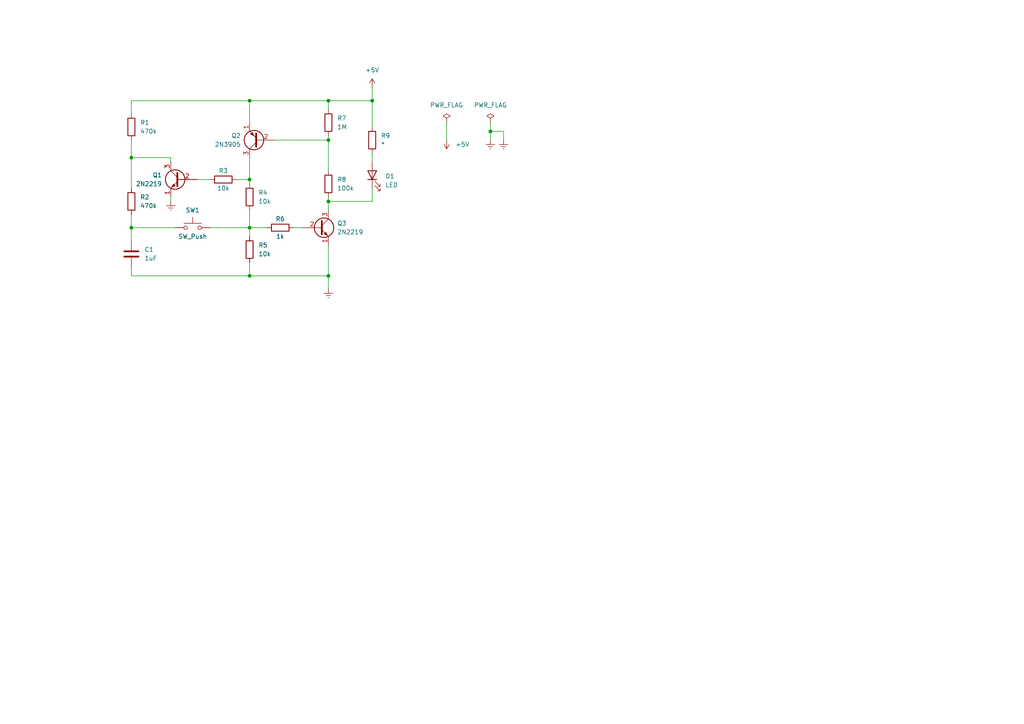
<source format=kicad_sch>
(kicad_sch (version 20211123) (generator eeschema)

  (uuid 734d3186-3eb6-44a4-9f55-fc73ce79eefa)

  (paper "A4")

  (lib_symbols
    (symbol "Device:C" (pin_numbers hide) (pin_names (offset 0.254)) (in_bom yes) (on_board yes)
      (property "Reference" "C" (id 0) (at 0.635 2.54 0)
        (effects (font (size 1.27 1.27)) (justify left))
      )
      (property "Value" "C" (id 1) (at 0.635 -2.54 0)
        (effects (font (size 1.27 1.27)) (justify left))
      )
      (property "Footprint" "" (id 2) (at 0.9652 -3.81 0)
        (effects (font (size 1.27 1.27)) hide)
      )
      (property "Datasheet" "~" (id 3) (at 0 0 0)
        (effects (font (size 1.27 1.27)) hide)
      )
      (property "ki_keywords" "cap capacitor" (id 4) (at 0 0 0)
        (effects (font (size 1.27 1.27)) hide)
      )
      (property "ki_description" "Unpolarized capacitor" (id 5) (at 0 0 0)
        (effects (font (size 1.27 1.27)) hide)
      )
      (property "ki_fp_filters" "C_*" (id 6) (at 0 0 0)
        (effects (font (size 1.27 1.27)) hide)
      )
      (symbol "C_0_1"
        (polyline
          (pts
            (xy -2.032 -0.762)
            (xy 2.032 -0.762)
          )
          (stroke (width 0.508) (type default) (color 0 0 0 0))
          (fill (type none))
        )
        (polyline
          (pts
            (xy -2.032 0.762)
            (xy 2.032 0.762)
          )
          (stroke (width 0.508) (type default) (color 0 0 0 0))
          (fill (type none))
        )
      )
      (symbol "C_1_1"
        (pin passive line (at 0 3.81 270) (length 2.794)
          (name "~" (effects (font (size 1.27 1.27))))
          (number "1" (effects (font (size 1.27 1.27))))
        )
        (pin passive line (at 0 -3.81 90) (length 2.794)
          (name "~" (effects (font (size 1.27 1.27))))
          (number "2" (effects (font (size 1.27 1.27))))
        )
      )
    )
    (symbol "Device:LED" (pin_numbers hide) (pin_names (offset 1.016) hide) (in_bom yes) (on_board yes)
      (property "Reference" "D" (id 0) (at 0 2.54 0)
        (effects (font (size 1.27 1.27)))
      )
      (property "Value" "LED" (id 1) (at 0 -2.54 0)
        (effects (font (size 1.27 1.27)))
      )
      (property "Footprint" "" (id 2) (at 0 0 0)
        (effects (font (size 1.27 1.27)) hide)
      )
      (property "Datasheet" "~" (id 3) (at 0 0 0)
        (effects (font (size 1.27 1.27)) hide)
      )
      (property "ki_keywords" "LED diode" (id 4) (at 0 0 0)
        (effects (font (size 1.27 1.27)) hide)
      )
      (property "ki_description" "Light emitting diode" (id 5) (at 0 0 0)
        (effects (font (size 1.27 1.27)) hide)
      )
      (property "ki_fp_filters" "LED* LED_SMD:* LED_THT:*" (id 6) (at 0 0 0)
        (effects (font (size 1.27 1.27)) hide)
      )
      (symbol "LED_0_1"
        (polyline
          (pts
            (xy -1.27 -1.27)
            (xy -1.27 1.27)
          )
          (stroke (width 0.254) (type default) (color 0 0 0 0))
          (fill (type none))
        )
        (polyline
          (pts
            (xy -1.27 0)
            (xy 1.27 0)
          )
          (stroke (width 0) (type default) (color 0 0 0 0))
          (fill (type none))
        )
        (polyline
          (pts
            (xy 1.27 -1.27)
            (xy 1.27 1.27)
            (xy -1.27 0)
            (xy 1.27 -1.27)
          )
          (stroke (width 0.254) (type default) (color 0 0 0 0))
          (fill (type none))
        )
        (polyline
          (pts
            (xy -3.048 -0.762)
            (xy -4.572 -2.286)
            (xy -3.81 -2.286)
            (xy -4.572 -2.286)
            (xy -4.572 -1.524)
          )
          (stroke (width 0) (type default) (color 0 0 0 0))
          (fill (type none))
        )
        (polyline
          (pts
            (xy -1.778 -0.762)
            (xy -3.302 -2.286)
            (xy -2.54 -2.286)
            (xy -3.302 -2.286)
            (xy -3.302 -1.524)
          )
          (stroke (width 0) (type default) (color 0 0 0 0))
          (fill (type none))
        )
      )
      (symbol "LED_1_1"
        (pin passive line (at -3.81 0 0) (length 2.54)
          (name "K" (effects (font (size 1.27 1.27))))
          (number "1" (effects (font (size 1.27 1.27))))
        )
        (pin passive line (at 3.81 0 180) (length 2.54)
          (name "A" (effects (font (size 1.27 1.27))))
          (number "2" (effects (font (size 1.27 1.27))))
        )
      )
    )
    (symbol "Device:R" (pin_numbers hide) (pin_names (offset 0)) (in_bom yes) (on_board yes)
      (property "Reference" "R" (id 0) (at 2.032 0 90)
        (effects (font (size 1.27 1.27)))
      )
      (property "Value" "R" (id 1) (at 0 0 90)
        (effects (font (size 1.27 1.27)))
      )
      (property "Footprint" "" (id 2) (at -1.778 0 90)
        (effects (font (size 1.27 1.27)) hide)
      )
      (property "Datasheet" "~" (id 3) (at 0 0 0)
        (effects (font (size 1.27 1.27)) hide)
      )
      (property "ki_keywords" "R res resistor" (id 4) (at 0 0 0)
        (effects (font (size 1.27 1.27)) hide)
      )
      (property "ki_description" "Resistor" (id 5) (at 0 0 0)
        (effects (font (size 1.27 1.27)) hide)
      )
      (property "ki_fp_filters" "R_*" (id 6) (at 0 0 0)
        (effects (font (size 1.27 1.27)) hide)
      )
      (symbol "R_0_1"
        (rectangle (start -1.016 -2.54) (end 1.016 2.54)
          (stroke (width 0.254) (type default) (color 0 0 0 0))
          (fill (type none))
        )
      )
      (symbol "R_1_1"
        (pin passive line (at 0 3.81 270) (length 1.27)
          (name "~" (effects (font (size 1.27 1.27))))
          (number "1" (effects (font (size 1.27 1.27))))
        )
        (pin passive line (at 0 -3.81 90) (length 1.27)
          (name "~" (effects (font (size 1.27 1.27))))
          (number "2" (effects (font (size 1.27 1.27))))
        )
      )
    )
    (symbol "Switch:SW_Push" (pin_numbers hide) (pin_names (offset 1.016) hide) (in_bom yes) (on_board yes)
      (property "Reference" "SW" (id 0) (at 1.27 2.54 0)
        (effects (font (size 1.27 1.27)) (justify left))
      )
      (property "Value" "SW_Push" (id 1) (at 0 -1.524 0)
        (effects (font (size 1.27 1.27)))
      )
      (property "Footprint" "" (id 2) (at 0 5.08 0)
        (effects (font (size 1.27 1.27)) hide)
      )
      (property "Datasheet" "~" (id 3) (at 0 5.08 0)
        (effects (font (size 1.27 1.27)) hide)
      )
      (property "ki_keywords" "switch normally-open pushbutton push-button" (id 4) (at 0 0 0)
        (effects (font (size 1.27 1.27)) hide)
      )
      (property "ki_description" "Push button switch, generic, two pins" (id 5) (at 0 0 0)
        (effects (font (size 1.27 1.27)) hide)
      )
      (symbol "SW_Push_0_1"
        (circle (center -2.032 0) (radius 0.508)
          (stroke (width 0) (type default) (color 0 0 0 0))
          (fill (type none))
        )
        (polyline
          (pts
            (xy 0 1.27)
            (xy 0 3.048)
          )
          (stroke (width 0) (type default) (color 0 0 0 0))
          (fill (type none))
        )
        (polyline
          (pts
            (xy 2.54 1.27)
            (xy -2.54 1.27)
          )
          (stroke (width 0) (type default) (color 0 0 0 0))
          (fill (type none))
        )
        (circle (center 2.032 0) (radius 0.508)
          (stroke (width 0) (type default) (color 0 0 0 0))
          (fill (type none))
        )
        (pin passive line (at -5.08 0 0) (length 2.54)
          (name "1" (effects (font (size 1.27 1.27))))
          (number "1" (effects (font (size 1.27 1.27))))
        )
        (pin passive line (at 5.08 0 180) (length 2.54)
          (name "2" (effects (font (size 1.27 1.27))))
          (number "2" (effects (font (size 1.27 1.27))))
        )
      )
    )
    (symbol "Transistor_BJT:2N2219" (pin_names (offset 0) hide) (in_bom yes) (on_board yes)
      (property "Reference" "Q" (id 0) (at 5.08 1.905 0)
        (effects (font (size 1.27 1.27)) (justify left))
      )
      (property "Value" "2N2219" (id 1) (at 5.08 0 0)
        (effects (font (size 1.27 1.27)) (justify left))
      )
      (property "Footprint" "Package_TO_SOT_THT:TO-39-3" (id 2) (at 5.08 -1.905 0)
        (effects (font (size 1.27 1.27) italic) (justify left) hide)
      )
      (property "Datasheet" "http://www.onsemi.com/pub_link/Collateral/2N2219-D.PDF" (id 3) (at 0 0 0)
        (effects (font (size 1.27 1.27)) (justify left) hide)
      )
      (property "ki_keywords" "NPN Transistor" (id 4) (at 0 0 0)
        (effects (font (size 1.27 1.27)) hide)
      )
      (property "ki_description" "800mA Ic, 50V Vce, NPN Transistor, TO-39" (id 5) (at 0 0 0)
        (effects (font (size 1.27 1.27)) hide)
      )
      (property "ki_fp_filters" "TO?39*" (id 6) (at 0 0 0)
        (effects (font (size 1.27 1.27)) hide)
      )
      (symbol "2N2219_0_1"
        (polyline
          (pts
            (xy 0.635 0.635)
            (xy 2.54 2.54)
          )
          (stroke (width 0) (type default) (color 0 0 0 0))
          (fill (type none))
        )
        (polyline
          (pts
            (xy 0.635 -0.635)
            (xy 2.54 -2.54)
            (xy 2.54 -2.54)
          )
          (stroke (width 0) (type default) (color 0 0 0 0))
          (fill (type none))
        )
        (polyline
          (pts
            (xy 0.635 1.905)
            (xy 0.635 -1.905)
            (xy 0.635 -1.905)
          )
          (stroke (width 0.508) (type default) (color 0 0 0 0))
          (fill (type none))
        )
        (polyline
          (pts
            (xy 1.27 -1.778)
            (xy 1.778 -1.27)
            (xy 2.286 -2.286)
            (xy 1.27 -1.778)
            (xy 1.27 -1.778)
          )
          (stroke (width 0) (type default) (color 0 0 0 0))
          (fill (type outline))
        )
        (circle (center 1.27 0) (radius 2.8194)
          (stroke (width 0.254) (type default) (color 0 0 0 0))
          (fill (type none))
        )
      )
      (symbol "2N2219_1_1"
        (pin passive line (at 2.54 -5.08 90) (length 2.54)
          (name "E" (effects (font (size 1.27 1.27))))
          (number "1" (effects (font (size 1.27 1.27))))
        )
        (pin passive line (at -5.08 0 0) (length 5.715)
          (name "B" (effects (font (size 1.27 1.27))))
          (number "2" (effects (font (size 1.27 1.27))))
        )
        (pin passive line (at 2.54 5.08 270) (length 2.54)
          (name "C" (effects (font (size 1.27 1.27))))
          (number "3" (effects (font (size 1.27 1.27))))
        )
      )
    )
    (symbol "Transistor_BJT:2N3905" (pin_names (offset 0) hide) (in_bom yes) (on_board yes)
      (property "Reference" "Q" (id 0) (at 5.08 1.905 0)
        (effects (font (size 1.27 1.27)) (justify left))
      )
      (property "Value" "2N3905" (id 1) (at 5.08 0 0)
        (effects (font (size 1.27 1.27)) (justify left))
      )
      (property "Footprint" "Package_TO_SOT_THT:TO-92_Inline" (id 2) (at 5.08 -1.905 0)
        (effects (font (size 1.27 1.27) italic) (justify left) hide)
      )
      (property "Datasheet" "https://www.nteinc.com/specs/original/2N3905_06.pdf" (id 3) (at 0 0 0)
        (effects (font (size 1.27 1.27)) (justify left) hide)
      )
      (property "ki_keywords" "PNP Transistor" (id 4) (at 0 0 0)
        (effects (font (size 1.27 1.27)) hide)
      )
      (property "ki_description" "-0.2A Ic, -40V Vce, Small Signal PNP Transistor, TO-92" (id 5) (at 0 0 0)
        (effects (font (size 1.27 1.27)) hide)
      )
      (property "ki_fp_filters" "TO?92*" (id 6) (at 0 0 0)
        (effects (font (size 1.27 1.27)) hide)
      )
      (symbol "2N3905_0_1"
        (polyline
          (pts
            (xy 0.635 0.635)
            (xy 2.54 2.54)
          )
          (stroke (width 0) (type default) (color 0 0 0 0))
          (fill (type none))
        )
        (polyline
          (pts
            (xy 0.635 -0.635)
            (xy 2.54 -2.54)
            (xy 2.54 -2.54)
          )
          (stroke (width 0) (type default) (color 0 0 0 0))
          (fill (type none))
        )
        (polyline
          (pts
            (xy 0.635 1.905)
            (xy 0.635 -1.905)
            (xy 0.635 -1.905)
          )
          (stroke (width 0.508) (type default) (color 0 0 0 0))
          (fill (type none))
        )
        (polyline
          (pts
            (xy 2.286 -1.778)
            (xy 1.778 -2.286)
            (xy 1.27 -1.27)
            (xy 2.286 -1.778)
            (xy 2.286 -1.778)
          )
          (stroke (width 0) (type default) (color 0 0 0 0))
          (fill (type outline))
        )
        (circle (center 1.27 0) (radius 2.8194)
          (stroke (width 0.254) (type default) (color 0 0 0 0))
          (fill (type none))
        )
      )
      (symbol "2N3905_1_1"
        (pin passive line (at 2.54 -5.08 90) (length 2.54)
          (name "E" (effects (font (size 1.27 1.27))))
          (number "1" (effects (font (size 1.27 1.27))))
        )
        (pin input line (at -5.08 0 0) (length 5.715)
          (name "B" (effects (font (size 1.27 1.27))))
          (number "2" (effects (font (size 1.27 1.27))))
        )
        (pin passive line (at 2.54 5.08 270) (length 2.54)
          (name "C" (effects (font (size 1.27 1.27))))
          (number "3" (effects (font (size 1.27 1.27))))
        )
      )
    )
    (symbol "power:+5V" (power) (pin_names (offset 0)) (in_bom yes) (on_board yes)
      (property "Reference" "#PWR" (id 0) (at 0 -3.81 0)
        (effects (font (size 1.27 1.27)) hide)
      )
      (property "Value" "+5V" (id 1) (at 0 3.556 0)
        (effects (font (size 1.27 1.27)))
      )
      (property "Footprint" "" (id 2) (at 0 0 0)
        (effects (font (size 1.27 1.27)) hide)
      )
      (property "Datasheet" "" (id 3) (at 0 0 0)
        (effects (font (size 1.27 1.27)) hide)
      )
      (property "ki_keywords" "power-flag" (id 4) (at 0 0 0)
        (effects (font (size 1.27 1.27)) hide)
      )
      (property "ki_description" "Power symbol creates a global label with name \"+5V\"" (id 5) (at 0 0 0)
        (effects (font (size 1.27 1.27)) hide)
      )
      (symbol "+5V_0_1"
        (polyline
          (pts
            (xy -0.762 1.27)
            (xy 0 2.54)
          )
          (stroke (width 0) (type default) (color 0 0 0 0))
          (fill (type none))
        )
        (polyline
          (pts
            (xy 0 0)
            (xy 0 2.54)
          )
          (stroke (width 0) (type default) (color 0 0 0 0))
          (fill (type none))
        )
        (polyline
          (pts
            (xy 0 2.54)
            (xy 0.762 1.27)
          )
          (stroke (width 0) (type default) (color 0 0 0 0))
          (fill (type none))
        )
      )
      (symbol "+5V_1_1"
        (pin power_in line (at 0 0 90) (length 0) hide
          (name "+5V" (effects (font (size 1.27 1.27))))
          (number "1" (effects (font (size 1.27 1.27))))
        )
      )
    )
    (symbol "power:Earth" (power) (pin_names (offset 0)) (in_bom yes) (on_board yes)
      (property "Reference" "#PWR" (id 0) (at 0 -6.35 0)
        (effects (font (size 1.27 1.27)) hide)
      )
      (property "Value" "Earth" (id 1) (at 0 -3.81 0)
        (effects (font (size 1.27 1.27)) hide)
      )
      (property "Footprint" "" (id 2) (at 0 0 0)
        (effects (font (size 1.27 1.27)) hide)
      )
      (property "Datasheet" "~" (id 3) (at 0 0 0)
        (effects (font (size 1.27 1.27)) hide)
      )
      (property "ki_keywords" "power-flag ground gnd" (id 4) (at 0 0 0)
        (effects (font (size 1.27 1.27)) hide)
      )
      (property "ki_description" "Power symbol creates a global label with name \"Earth\"" (id 5) (at 0 0 0)
        (effects (font (size 1.27 1.27)) hide)
      )
      (symbol "Earth_0_1"
        (polyline
          (pts
            (xy -0.635 -1.905)
            (xy 0.635 -1.905)
          )
          (stroke (width 0) (type default) (color 0 0 0 0))
          (fill (type none))
        )
        (polyline
          (pts
            (xy -0.127 -2.54)
            (xy 0.127 -2.54)
          )
          (stroke (width 0) (type default) (color 0 0 0 0))
          (fill (type none))
        )
        (polyline
          (pts
            (xy 0 -1.27)
            (xy 0 0)
          )
          (stroke (width 0) (type default) (color 0 0 0 0))
          (fill (type none))
        )
        (polyline
          (pts
            (xy 1.27 -1.27)
            (xy -1.27 -1.27)
          )
          (stroke (width 0) (type default) (color 0 0 0 0))
          (fill (type none))
        )
      )
      (symbol "Earth_1_1"
        (pin power_in line (at 0 0 270) (length 0) hide
          (name "Earth" (effects (font (size 1.27 1.27))))
          (number "1" (effects (font (size 1.27 1.27))))
        )
      )
    )
    (symbol "power:PWR_FLAG" (power) (pin_numbers hide) (pin_names (offset 0) hide) (in_bom yes) (on_board yes)
      (property "Reference" "#FLG" (id 0) (at 0 1.905 0)
        (effects (font (size 1.27 1.27)) hide)
      )
      (property "Value" "PWR_FLAG" (id 1) (at 0 3.81 0)
        (effects (font (size 1.27 1.27)))
      )
      (property "Footprint" "" (id 2) (at 0 0 0)
        (effects (font (size 1.27 1.27)) hide)
      )
      (property "Datasheet" "~" (id 3) (at 0 0 0)
        (effects (font (size 1.27 1.27)) hide)
      )
      (property "ki_keywords" "power-flag" (id 4) (at 0 0 0)
        (effects (font (size 1.27 1.27)) hide)
      )
      (property "ki_description" "Special symbol for telling ERC where power comes from" (id 5) (at 0 0 0)
        (effects (font (size 1.27 1.27)) hide)
      )
      (symbol "PWR_FLAG_0_0"
        (pin power_out line (at 0 0 90) (length 0)
          (name "pwr" (effects (font (size 1.27 1.27))))
          (number "1" (effects (font (size 1.27 1.27))))
        )
      )
      (symbol "PWR_FLAG_0_1"
        (polyline
          (pts
            (xy 0 0)
            (xy 0 1.27)
            (xy -1.016 1.905)
            (xy 0 2.54)
            (xy 1.016 1.905)
            (xy 0 1.27)
          )
          (stroke (width 0) (type default) (color 0 0 0 0))
          (fill (type none))
        )
      )
    )
  )

  (junction (at 72.39 80.01) (diameter 0) (color 0 0 0 0)
    (uuid 0dad7e5f-15ce-4bed-b929-e25d05d2d479)
  )
  (junction (at 95.25 40.64) (diameter 0) (color 0 0 0 0)
    (uuid 205143db-8593-42d4-82e6-736997ae3ed0)
  )
  (junction (at 72.39 52.07) (diameter 0) (color 0 0 0 0)
    (uuid 3aee450a-f0fd-4d7a-b683-f21d1ffcf4c4)
  )
  (junction (at 95.25 80.01) (diameter 0) (color 0 0 0 0)
    (uuid 3ca96f5b-b0c5-4598-953e-f10abd2fb18a)
  )
  (junction (at 95.25 29.21) (diameter 0) (color 0 0 0 0)
    (uuid 5c1ea3d0-85ce-4a1e-895a-ff0bab028787)
  )
  (junction (at 72.39 29.21) (diameter 0) (color 0 0 0 0)
    (uuid 72a68b67-e09f-4516-80cf-040a12d8228b)
  )
  (junction (at 142.24 38.1) (diameter 0) (color 0 0 0 0)
    (uuid 73b6892a-24e7-49f0-a61f-a0f260ecd5db)
  )
  (junction (at 72.39 66.04) (diameter 0) (color 0 0 0 0)
    (uuid 73f0d882-68d4-44ca-8209-b074465ede45)
  )
  (junction (at 38.1 45.72) (diameter 0) (color 0 0 0 0)
    (uuid 8a3cbf48-7dd6-4d73-8169-880b7ddaf794)
  )
  (junction (at 107.95 29.21) (diameter 0) (color 0 0 0 0)
    (uuid 965b2ee4-43dd-48b8-8547-57ba4e6e19d5)
  )
  (junction (at 95.25 58.42) (diameter 0) (color 0 0 0 0)
    (uuid 9e176a44-bdeb-4bb0-a805-ec34d1368764)
  )
  (junction (at 38.1 66.04) (diameter 0) (color 0 0 0 0)
    (uuid a95feb81-1fc1-497e-9ff3-703c9a3f7062)
  )

  (wire (pts (xy 107.95 58.42) (xy 95.25 58.42))
    (stroke (width 0) (type default) (color 0 0 0 0))
    (uuid 0a10c7ad-498a-49bc-af77-616a47f1db6b)
  )
  (wire (pts (xy 38.1 77.47) (xy 38.1 80.01))
    (stroke (width 0) (type default) (color 0 0 0 0))
    (uuid 0bbc16eb-7a0d-431c-bb63-90c320893836)
  )
  (wire (pts (xy 72.39 76.2) (xy 72.39 80.01))
    (stroke (width 0) (type default) (color 0 0 0 0))
    (uuid 0f9a9871-c683-4338-91c9-6b933b54f710)
  )
  (wire (pts (xy 38.1 66.04) (xy 38.1 69.85))
    (stroke (width 0) (type default) (color 0 0 0 0))
    (uuid 1723759a-8560-4434-99d8-8e3dc99edfa7)
  )
  (wire (pts (xy 146.05 40.64) (xy 146.05 38.1))
    (stroke (width 0) (type default) (color 0 0 0 0))
    (uuid 1818c326-88c1-45ff-b928-fb4ba1124a85)
  )
  (wire (pts (xy 49.53 46.99) (xy 49.53 45.72))
    (stroke (width 0) (type default) (color 0 0 0 0))
    (uuid 1eb38fcf-1776-4c4b-a4b0-c23a4ec2753b)
  )
  (wire (pts (xy 38.1 45.72) (xy 49.53 45.72))
    (stroke (width 0) (type default) (color 0 0 0 0))
    (uuid 2016573f-961f-47e8-83f1-e68add04e839)
  )
  (wire (pts (xy 107.95 29.21) (xy 107.95 36.83))
    (stroke (width 0) (type default) (color 0 0 0 0))
    (uuid 2102765c-f373-4c1a-9288-17f9687e3218)
  )
  (wire (pts (xy 95.25 39.37) (xy 95.25 40.64))
    (stroke (width 0) (type default) (color 0 0 0 0))
    (uuid 37289553-d717-4232-b10a-63a77b0ef61a)
  )
  (wire (pts (xy 72.39 29.21) (xy 95.25 29.21))
    (stroke (width 0) (type default) (color 0 0 0 0))
    (uuid 37be5715-71cd-4370-9065-6d50f4fd42dd)
  )
  (wire (pts (xy 107.95 44.45) (xy 107.95 46.99))
    (stroke (width 0) (type default) (color 0 0 0 0))
    (uuid 3ec7416a-1fbd-42a4-914b-4a783bd4f53f)
  )
  (wire (pts (xy 95.25 40.64) (xy 95.25 49.53))
    (stroke (width 0) (type default) (color 0 0 0 0))
    (uuid 4927908f-26a1-444b-a204-5bc34b87a470)
  )
  (wire (pts (xy 95.25 80.01) (xy 95.25 83.82))
    (stroke (width 0) (type default) (color 0 0 0 0))
    (uuid 55f50c17-23ba-48b2-bdfa-6d7f40844fbc)
  )
  (wire (pts (xy 38.1 66.04) (xy 50.8 66.04))
    (stroke (width 0) (type default) (color 0 0 0 0))
    (uuid 5d64904f-54f5-444a-9eac-663fbc9fa953)
  )
  (wire (pts (xy 72.39 29.21) (xy 72.39 35.56))
    (stroke (width 0) (type default) (color 0 0 0 0))
    (uuid 5ded60e8-04dc-4eef-afba-d37888206df1)
  )
  (wire (pts (xy 107.95 25.4) (xy 107.95 29.21))
    (stroke (width 0) (type default) (color 0 0 0 0))
    (uuid 656cde04-1bac-4733-a9a6-95ff8283dfea)
  )
  (wire (pts (xy 38.1 33.02) (xy 38.1 29.21))
    (stroke (width 0) (type default) (color 0 0 0 0))
    (uuid 67b827b1-cdba-4572-a5d8-9e4bb008a058)
  )
  (wire (pts (xy 68.58 52.07) (xy 72.39 52.07))
    (stroke (width 0) (type default) (color 0 0 0 0))
    (uuid 6958bfed-e6c9-4f2d-ae8b-02262500940e)
  )
  (wire (pts (xy 72.39 66.04) (xy 77.47 66.04))
    (stroke (width 0) (type default) (color 0 0 0 0))
    (uuid 6cf71675-1620-47d0-b8a9-64440632cc1e)
  )
  (wire (pts (xy 142.24 38.1) (xy 142.24 40.64))
    (stroke (width 0) (type default) (color 0 0 0 0))
    (uuid 6d13ff50-a5d0-4d07-9e6f-1033488495c1)
  )
  (wire (pts (xy 57.15 52.07) (xy 60.96 52.07))
    (stroke (width 0) (type default) (color 0 0 0 0))
    (uuid 803c87e8-82e4-4ad3-bcad-47f5401dc620)
  )
  (wire (pts (xy 80.01 40.64) (xy 95.25 40.64))
    (stroke (width 0) (type default) (color 0 0 0 0))
    (uuid 8323c3a2-c614-4175-b75d-999a00ebbe78)
  )
  (wire (pts (xy 95.25 80.01) (xy 95.25 71.12))
    (stroke (width 0) (type default) (color 0 0 0 0))
    (uuid 8361e755-7327-4ed3-a9b1-358f676ed4ac)
  )
  (wire (pts (xy 146.05 38.1) (xy 142.24 38.1))
    (stroke (width 0) (type default) (color 0 0 0 0))
    (uuid 8c36be3a-6118-47da-8711-f49d4b62787f)
  )
  (wire (pts (xy 129.54 35.56) (xy 129.54 40.64))
    (stroke (width 0) (type default) (color 0 0 0 0))
    (uuid 8e929f4b-afa6-42ea-8504-1e48ad54a759)
  )
  (wire (pts (xy 107.95 54.61) (xy 107.95 58.42))
    (stroke (width 0) (type default) (color 0 0 0 0))
    (uuid 94f5e301-c54f-463a-9869-1956e2b17e80)
  )
  (wire (pts (xy 95.25 57.15) (xy 95.25 58.42))
    (stroke (width 0) (type default) (color 0 0 0 0))
    (uuid 950ca683-c54c-4d1a-a827-ac2b199fea20)
  )
  (wire (pts (xy 85.09 66.04) (xy 87.63 66.04))
    (stroke (width 0) (type default) (color 0 0 0 0))
    (uuid 962da6df-77fe-43b9-b4da-361a3025b02d)
  )
  (wire (pts (xy 142.24 35.56) (xy 142.24 38.1))
    (stroke (width 0) (type default) (color 0 0 0 0))
    (uuid 9b1dc074-7775-42cd-9a83-e3da45abffd0)
  )
  (wire (pts (xy 72.39 52.07) (xy 72.39 53.34))
    (stroke (width 0) (type default) (color 0 0 0 0))
    (uuid 9c6eb922-913d-414a-b328-1c45455ef321)
  )
  (wire (pts (xy 72.39 80.01) (xy 95.25 80.01))
    (stroke (width 0) (type default) (color 0 0 0 0))
    (uuid 9d4823cb-3b85-49a3-b745-7f765f029f55)
  )
  (wire (pts (xy 60.96 66.04) (xy 72.39 66.04))
    (stroke (width 0) (type default) (color 0 0 0 0))
    (uuid a18f59d3-29e5-4ed7-be54-5a952a5d4f7b)
  )
  (wire (pts (xy 38.1 62.23) (xy 38.1 66.04))
    (stroke (width 0) (type default) (color 0 0 0 0))
    (uuid b44e7818-3dce-4b4b-b259-413a91038a81)
  )
  (wire (pts (xy 72.39 60.96) (xy 72.39 66.04))
    (stroke (width 0) (type default) (color 0 0 0 0))
    (uuid b4e61ccf-d1c7-4fbc-9c14-ecab4bcb0ae6)
  )
  (wire (pts (xy 38.1 80.01) (xy 72.39 80.01))
    (stroke (width 0) (type default) (color 0 0 0 0))
    (uuid c5744451-9c30-4e96-8a1d-507a19bf3a58)
  )
  (wire (pts (xy 72.39 45.72) (xy 72.39 52.07))
    (stroke (width 0) (type default) (color 0 0 0 0))
    (uuid c6328e0f-a5fb-4017-9985-151f84c1b9c1)
  )
  (wire (pts (xy 95.25 29.21) (xy 95.25 31.75))
    (stroke (width 0) (type default) (color 0 0 0 0))
    (uuid c916f723-aa1b-42c0-8926-5060b3ee89b0)
  )
  (wire (pts (xy 95.25 29.21) (xy 107.95 29.21))
    (stroke (width 0) (type default) (color 0 0 0 0))
    (uuid cb77703a-daab-463d-ba29-27742cefeba8)
  )
  (wire (pts (xy 95.25 58.42) (xy 95.25 60.96))
    (stroke (width 0) (type default) (color 0 0 0 0))
    (uuid d066845a-e66f-446d-acad-35cf852858e6)
  )
  (wire (pts (xy 38.1 29.21) (xy 72.39 29.21))
    (stroke (width 0) (type default) (color 0 0 0 0))
    (uuid d28d1349-5c88-4f6f-a993-d72e8da4b679)
  )
  (wire (pts (xy 49.53 57.15) (xy 49.53 58.42))
    (stroke (width 0) (type default) (color 0 0 0 0))
    (uuid de45eeb3-dc3a-4042-b62f-6ae1844c84e6)
  )
  (wire (pts (xy 38.1 45.72) (xy 38.1 54.61))
    (stroke (width 0) (type default) (color 0 0 0 0))
    (uuid ee56175d-1c50-44b7-9198-18a775654495)
  )
  (wire (pts (xy 72.39 66.04) (xy 72.39 68.58))
    (stroke (width 0) (type default) (color 0 0 0 0))
    (uuid ef49e8a7-b4f8-4b3a-a335-737624748902)
  )
  (wire (pts (xy 38.1 40.64) (xy 38.1 45.72))
    (stroke (width 0) (type default) (color 0 0 0 0))
    (uuid f4d57a35-8a1d-435a-baa0-41df934bc8f2)
  )

  (symbol (lib_id "power:Earth") (at 49.53 58.42 0) (unit 1)
    (in_bom yes) (on_board yes) (fields_autoplaced)
    (uuid 0008fafb-1099-4f68-bbcb-af46faa1b960)
    (property "Reference" "#PWR01" (id 0) (at 49.53 64.77 0)
      (effects (font (size 1.27 1.27)) hide)
    )
    (property "Value" "Earth" (id 1) (at 49.53 62.23 0)
      (effects (font (size 1.27 1.27)) hide)
    )
    (property "Footprint" "" (id 2) (at 49.53 58.42 0)
      (effects (font (size 1.27 1.27)) hide)
    )
    (property "Datasheet" "~" (id 3) (at 49.53 58.42 0)
      (effects (font (size 1.27 1.27)) hide)
    )
    (pin "1" (uuid c5163071-97ef-4c8b-804d-337f9d2558ac))
  )

  (symbol (lib_id "Transistor_BJT:2N2219") (at 52.07 52.07 0) (mirror y) (unit 1)
    (in_bom yes) (on_board yes) (fields_autoplaced)
    (uuid 0abb2fce-efc6-4c44-b2c5-99459eca0c19)
    (property "Reference" "Q1" (id 0) (at 46.99 50.7999 0)
      (effects (font (size 1.27 1.27)) (justify left))
    )
    (property "Value" "2N2219" (id 1) (at 46.99 53.3399 0)
      (effects (font (size 1.27 1.27)) (justify left))
    )
    (property "Footprint" "Package_TO_SOT_THT:TO-39-3" (id 2) (at 46.99 53.975 0)
      (effects (font (size 1.27 1.27) italic) (justify left) hide)
    )
    (property "Datasheet" "http://www.onsemi.com/pub_link/Collateral/2N2219-D.PDF" (id 3) (at 52.07 52.07 0)
      (effects (font (size 1.27 1.27)) (justify left) hide)
    )
    (pin "1" (uuid e8b7bcaf-e684-45af-a114-a6332f9c17b9))
    (pin "2" (uuid f42924f2-19c2-48d7-b0b5-33327ca118cb))
    (pin "3" (uuid b1b4a63a-f44a-495a-8d01-7509f3d2e510))
  )

  (symbol (lib_id "power:Earth") (at 95.25 83.82 0) (unit 1)
    (in_bom yes) (on_board yes) (fields_autoplaced)
    (uuid 103f0ac7-319d-426a-8687-120cb6bf64bc)
    (property "Reference" "#PWR02" (id 0) (at 95.25 90.17 0)
      (effects (font (size 1.27 1.27)) hide)
    )
    (property "Value" "Earth" (id 1) (at 95.25 87.63 0)
      (effects (font (size 1.27 1.27)) hide)
    )
    (property "Footprint" "" (id 2) (at 95.25 83.82 0)
      (effects (font (size 1.27 1.27)) hide)
    )
    (property "Datasheet" "~" (id 3) (at 95.25 83.82 0)
      (effects (font (size 1.27 1.27)) hide)
    )
    (pin "1" (uuid e770b32a-3b26-4652-9f2f-97310e409c01))
  )

  (symbol (lib_id "Switch:SW_Push") (at 55.88 66.04 0) (unit 1)
    (in_bom yes) (on_board yes)
    (uuid 1278d262-34af-4e9b-b106-68c8fc2dafd3)
    (property "Reference" "SW1" (id 0) (at 55.88 60.96 0))
    (property "Value" "SW_Push" (id 1) (at 55.88 68.58 0))
    (property "Footprint" "Button_Switch_Keyboard:SW_Matias_1.50u" (id 2) (at 55.88 60.96 0)
      (effects (font (size 1.27 1.27)) hide)
    )
    (property "Datasheet" "~" (id 3) (at 55.88 60.96 0)
      (effects (font (size 1.27 1.27)) hide)
    )
    (pin "1" (uuid 70147076-d7a8-47b7-9575-f58b4147feb1))
    (pin "2" (uuid 8d43c526-e036-474b-af26-13f7a055f51b))
  )

  (symbol (lib_id "power:+5V") (at 129.54 40.64 180) (unit 1)
    (in_bom yes) (on_board yes) (fields_autoplaced)
    (uuid 2db200d4-e5e5-4bee-84b0-07da714e349f)
    (property "Reference" "#PWR04" (id 0) (at 129.54 36.83 0)
      (effects (font (size 1.27 1.27)) hide)
    )
    (property "Value" "+5V" (id 1) (at 132.08 41.9099 0)
      (effects (font (size 1.27 1.27)) (justify right))
    )
    (property "Footprint" "" (id 2) (at 129.54 40.64 0)
      (effects (font (size 1.27 1.27)) hide)
    )
    (property "Datasheet" "" (id 3) (at 129.54 40.64 0)
      (effects (font (size 1.27 1.27)) hide)
    )
    (pin "1" (uuid 418021fb-ac7c-4aba-bbc6-3cfe308a6d20))
  )

  (symbol (lib_id "Device:R") (at 81.28 66.04 270) (unit 1)
    (in_bom yes) (on_board yes)
    (uuid 35936d10-66e1-4f14-bf2f-4fa5605778fc)
    (property "Reference" "R6" (id 0) (at 81.28 63.5 90))
    (property "Value" "1k" (id 1) (at 81.28 68.58 90))
    (property "Footprint" "Resistor_SMD:R_1206_3216Metric" (id 2) (at 81.28 64.262 90)
      (effects (font (size 1.27 1.27)) hide)
    )
    (property "Datasheet" "~" (id 3) (at 81.28 66.04 0)
      (effects (font (size 1.27 1.27)) hide)
    )
    (pin "1" (uuid f36d98b0-4a00-41c7-8b9a-7a799a1cdb67))
    (pin "2" (uuid 7d5b4178-b821-4124-bd05-88cb06d0530a))
  )

  (symbol (lib_id "Device:R") (at 38.1 36.83 0) (unit 1)
    (in_bom yes) (on_board yes) (fields_autoplaced)
    (uuid 4920cbcc-d98b-43b5-9cf0-9e73fe00c04b)
    (property "Reference" "R1" (id 0) (at 40.64 35.5599 0)
      (effects (font (size 1.27 1.27)) (justify left))
    )
    (property "Value" "470k" (id 1) (at 40.64 38.0999 0)
      (effects (font (size 1.27 1.27)) (justify left))
    )
    (property "Footprint" "Resistor_SMD:R_1206_3216Metric" (id 2) (at 36.322 36.83 90)
      (effects (font (size 1.27 1.27)) hide)
    )
    (property "Datasheet" "~" (id 3) (at 38.1 36.83 0)
      (effects (font (size 1.27 1.27)) hide)
    )
    (pin "1" (uuid 9fa26f06-352a-40e5-90c6-ebd74db4560b))
    (pin "2" (uuid a64af5a9-9c64-4681-85e4-b70dbefd7d00))
  )

  (symbol (lib_id "power:Earth") (at 146.05 40.64 0) (unit 1)
    (in_bom yes) (on_board yes) (fields_autoplaced)
    (uuid 596cc41b-6736-4ff9-80ae-7ad9df2f80eb)
    (property "Reference" "#PWR06" (id 0) (at 146.05 46.99 0)
      (effects (font (size 1.27 1.27)) hide)
    )
    (property "Value" "Earth" (id 1) (at 146.05 44.45 0)
      (effects (font (size 1.27 1.27)) hide)
    )
    (property "Footprint" "" (id 2) (at 146.05 40.64 0)
      (effects (font (size 1.27 1.27)) hide)
    )
    (property "Datasheet" "~" (id 3) (at 146.05 40.64 0)
      (effects (font (size 1.27 1.27)) hide)
    )
    (pin "1" (uuid ced107e9-457b-4777-99f6-412e64f273ed))
  )

  (symbol (lib_id "Device:R") (at 38.1 58.42 0) (unit 1)
    (in_bom yes) (on_board yes) (fields_autoplaced)
    (uuid 6a8f7084-4a88-43a1-ae74-5d0e1d04a783)
    (property "Reference" "R2" (id 0) (at 40.64 57.1499 0)
      (effects (font (size 1.27 1.27)) (justify left))
    )
    (property "Value" "470k" (id 1) (at 40.64 59.6899 0)
      (effects (font (size 1.27 1.27)) (justify left))
    )
    (property "Footprint" "Resistor_SMD:R_1206_3216Metric" (id 2) (at 36.322 58.42 90)
      (effects (font (size 1.27 1.27)) hide)
    )
    (property "Datasheet" "~" (id 3) (at 38.1 58.42 0)
      (effects (font (size 1.27 1.27)) hide)
    )
    (pin "1" (uuid f2155b63-cb58-43b5-b039-0a2df711cd03))
    (pin "2" (uuid 40556b87-052e-43ce-a8cf-cd069ce3cd02))
  )

  (symbol (lib_id "Transistor_BJT:2N3905") (at 74.93 40.64 180) (unit 1)
    (in_bom yes) (on_board yes) (fields_autoplaced)
    (uuid 6d6f92ee-af19-4f7f-9ac5-118376046e16)
    (property "Reference" "Q2" (id 0) (at 69.85 39.3699 0)
      (effects (font (size 1.27 1.27)) (justify left))
    )
    (property "Value" "2N3905" (id 1) (at 69.85 41.9099 0)
      (effects (font (size 1.27 1.27)) (justify left))
    )
    (property "Footprint" "Package_TO_SOT_THT:TO-92_Inline" (id 2) (at 69.85 38.735 0)
      (effects (font (size 1.27 1.27) italic) (justify left) hide)
    )
    (property "Datasheet" "https://www.nteinc.com/specs/original/2N3905_06.pdf" (id 3) (at 74.93 40.64 0)
      (effects (font (size 1.27 1.27)) (justify left) hide)
    )
    (pin "1" (uuid 3fa5f40a-71ba-432d-bb62-7d281ef5f48e))
    (pin "2" (uuid 4982cadd-4e9d-4321-8a8f-d86db695006a))
    (pin "3" (uuid 0f640119-0ef1-4667-87ff-33c4382780fe))
  )

  (symbol (lib_id "Device:R") (at 95.25 35.56 180) (unit 1)
    (in_bom yes) (on_board yes) (fields_autoplaced)
    (uuid 70d8bc16-ceb2-45ce-9e70-c447ae1b802e)
    (property "Reference" "R7" (id 0) (at 97.79 34.2899 0)
      (effects (font (size 1.27 1.27)) (justify right))
    )
    (property "Value" "1M" (id 1) (at 97.79 36.8299 0)
      (effects (font (size 1.27 1.27)) (justify right))
    )
    (property "Footprint" "Resistor_SMD:R_1206_3216Metric" (id 2) (at 97.028 35.56 90)
      (effects (font (size 1.27 1.27)) hide)
    )
    (property "Datasheet" "~" (id 3) (at 95.25 35.56 0)
      (effects (font (size 1.27 1.27)) hide)
    )
    (pin "1" (uuid 80f8d747-fb99-4c3f-b26c-08c0535afca5))
    (pin "2" (uuid d7415eec-afb7-4fd5-ac11-4a357fa58b05))
  )

  (symbol (lib_id "power:+5V") (at 107.95 25.4 0) (unit 1)
    (in_bom yes) (on_board yes) (fields_autoplaced)
    (uuid 72b44d17-96b2-4ac7-aeee-4add65ac3978)
    (property "Reference" "#PWR03" (id 0) (at 107.95 29.21 0)
      (effects (font (size 1.27 1.27)) hide)
    )
    (property "Value" "+5V" (id 1) (at 107.95 20.32 0))
    (property "Footprint" "" (id 2) (at 107.95 25.4 0)
      (effects (font (size 1.27 1.27)) hide)
    )
    (property "Datasheet" "" (id 3) (at 107.95 25.4 0)
      (effects (font (size 1.27 1.27)) hide)
    )
    (pin "1" (uuid 965e5520-73a7-4a57-ba47-a47119668b5e))
  )

  (symbol (lib_id "Device:C") (at 38.1 73.66 0) (unit 1)
    (in_bom yes) (on_board yes) (fields_autoplaced)
    (uuid 796f4596-d552-46b5-91ae-29652a175431)
    (property "Reference" "C1" (id 0) (at 41.91 72.3899 0)
      (effects (font (size 1.27 1.27)) (justify left))
    )
    (property "Value" "1uF" (id 1) (at 41.91 74.9299 0)
      (effects (font (size 1.27 1.27)) (justify left))
    )
    (property "Footprint" "Capacitor_SMD:C_0805_2012Metric" (id 2) (at 39.0652 77.47 0)
      (effects (font (size 1.27 1.27)) hide)
    )
    (property "Datasheet" "~" (id 3) (at 38.1 73.66 0)
      (effects (font (size 1.27 1.27)) hide)
    )
    (pin "1" (uuid 4100c43a-e703-4e3b-a394-9fd05f21397e))
    (pin "2" (uuid 56ce0685-4c24-4cfc-add3-fbb39dfca708))
  )

  (symbol (lib_id "Device:R") (at 72.39 57.15 180) (unit 1)
    (in_bom yes) (on_board yes) (fields_autoplaced)
    (uuid 7995eea8-59df-4104-93fe-ac760cf1a685)
    (property "Reference" "R4" (id 0) (at 74.93 55.8799 0)
      (effects (font (size 1.27 1.27)) (justify right))
    )
    (property "Value" "10k" (id 1) (at 74.93 58.4199 0)
      (effects (font (size 1.27 1.27)) (justify right))
    )
    (property "Footprint" "Resistor_SMD:R_1206_3216Metric" (id 2) (at 74.168 57.15 90)
      (effects (font (size 1.27 1.27)) hide)
    )
    (property "Datasheet" "~" (id 3) (at 72.39 57.15 0)
      (effects (font (size 1.27 1.27)) hide)
    )
    (pin "1" (uuid b162ae64-9f87-4f68-af15-690585145aeb))
    (pin "2" (uuid 22823b7a-644b-4e54-ba9a-47d9fab00c64))
  )

  (symbol (lib_id "power:Earth") (at 142.24 40.64 0) (unit 1)
    (in_bom yes) (on_board yes) (fields_autoplaced)
    (uuid 7ab77b78-31fb-4a66-bcd7-2484db2a1b13)
    (property "Reference" "#PWR05" (id 0) (at 142.24 46.99 0)
      (effects (font (size 1.27 1.27)) hide)
    )
    (property "Value" "Earth" (id 1) (at 142.24 44.45 0)
      (effects (font (size 1.27 1.27)) hide)
    )
    (property "Footprint" "" (id 2) (at 142.24 40.64 0)
      (effects (font (size 1.27 1.27)) hide)
    )
    (property "Datasheet" "~" (id 3) (at 142.24 40.64 0)
      (effects (font (size 1.27 1.27)) hide)
    )
    (pin "1" (uuid ab388e70-9b13-49d3-9b8c-0afa64eb4281))
  )

  (symbol (lib_id "Device:R") (at 95.25 53.34 180) (unit 1)
    (in_bom yes) (on_board yes) (fields_autoplaced)
    (uuid 85892f08-f68b-40e3-b7d4-4a5904fb565a)
    (property "Reference" "R8" (id 0) (at 97.79 52.0699 0)
      (effects (font (size 1.27 1.27)) (justify right))
    )
    (property "Value" "100k" (id 1) (at 97.79 54.6099 0)
      (effects (font (size 1.27 1.27)) (justify right))
    )
    (property "Footprint" "Resistor_SMD:R_1206_3216Metric" (id 2) (at 97.028 53.34 90)
      (effects (font (size 1.27 1.27)) hide)
    )
    (property "Datasheet" "~" (id 3) (at 95.25 53.34 0)
      (effects (font (size 1.27 1.27)) hide)
    )
    (pin "1" (uuid 65afe0f8-5921-4172-bc04-7922c523477c))
    (pin "2" (uuid a4380ad5-b781-45bc-9b99-bb5357929e01))
  )

  (symbol (lib_id "Device:LED") (at 107.95 50.8 90) (unit 1)
    (in_bom yes) (on_board yes) (fields_autoplaced)
    (uuid 9a217a1a-210c-4fc1-b872-15a72e29462c)
    (property "Reference" "D1" (id 0) (at 111.76 51.1174 90)
      (effects (font (size 1.27 1.27)) (justify right))
    )
    (property "Value" "LED" (id 1) (at 111.76 53.6574 90)
      (effects (font (size 1.27 1.27)) (justify right))
    )
    (property "Footprint" "LED_THT:LED_D4.0mm" (id 2) (at 107.95 50.8 0)
      (effects (font (size 1.27 1.27)) hide)
    )
    (property "Datasheet" "~" (id 3) (at 107.95 50.8 0)
      (effects (font (size 1.27 1.27)) hide)
    )
    (pin "1" (uuid d62c42df-7297-4a3e-82d0-402b7ad46c5c))
    (pin "2" (uuid 1d8a4620-489d-4344-a4b9-c8ef05430343))
  )

  (symbol (lib_id "Transistor_BJT:2N2219") (at 92.71 66.04 0) (unit 1)
    (in_bom yes) (on_board yes) (fields_autoplaced)
    (uuid 9d047296-a779-4ef7-9a59-671e96e1b4b5)
    (property "Reference" "Q3" (id 0) (at 97.79 64.7699 0)
      (effects (font (size 1.27 1.27)) (justify left))
    )
    (property "Value" "2N2219" (id 1) (at 97.79 67.3099 0)
      (effects (font (size 1.27 1.27)) (justify left))
    )
    (property "Footprint" "Package_TO_SOT_THT:TO-39-3" (id 2) (at 97.79 67.945 0)
      (effects (font (size 1.27 1.27) italic) (justify left) hide)
    )
    (property "Datasheet" "http://www.onsemi.com/pub_link/Collateral/2N2219-D.PDF" (id 3) (at 92.71 66.04 0)
      (effects (font (size 1.27 1.27)) (justify left) hide)
    )
    (pin "1" (uuid a0f6d5f0-4700-4cf8-874a-f7fe0c16697d))
    (pin "2" (uuid 4aaf30b8-18ab-4f5d-b858-4986b4a2edf6))
    (pin "3" (uuid 62b467cf-5568-4952-925a-c353fbcdd76a))
  )

  (symbol (lib_id "power:PWR_FLAG") (at 129.54 35.56 0) (unit 1)
    (in_bom yes) (on_board yes) (fields_autoplaced)
    (uuid b023d5ec-c11a-460e-8ea6-2df06ff68358)
    (property "Reference" "#FLG01" (id 0) (at 129.54 33.655 0)
      (effects (font (size 1.27 1.27)) hide)
    )
    (property "Value" "PWR_FLAG" (id 1) (at 129.54 30.48 0))
    (property "Footprint" "" (id 2) (at 129.54 35.56 0)
      (effects (font (size 1.27 1.27)) hide)
    )
    (property "Datasheet" "~" (id 3) (at 129.54 35.56 0)
      (effects (font (size 1.27 1.27)) hide)
    )
    (pin "1" (uuid d935314f-9abb-4dc8-82f0-ef985e92f6d3))
  )

  (symbol (lib_id "Device:R") (at 72.39 72.39 180) (unit 1)
    (in_bom yes) (on_board yes) (fields_autoplaced)
    (uuid bac136e4-3fb2-4df2-aacb-c0383c0e6ed8)
    (property "Reference" "R5" (id 0) (at 74.93 71.1199 0)
      (effects (font (size 1.27 1.27)) (justify right))
    )
    (property "Value" "10k" (id 1) (at 74.93 73.6599 0)
      (effects (font (size 1.27 1.27)) (justify right))
    )
    (property "Footprint" "Resistor_SMD:R_1206_3216Metric" (id 2) (at 74.168 72.39 90)
      (effects (font (size 1.27 1.27)) hide)
    )
    (property "Datasheet" "~" (id 3) (at 72.39 72.39 0)
      (effects (font (size 1.27 1.27)) hide)
    )
    (pin "1" (uuid 38dd25e0-c961-4021-a104-b7d183db4f94))
    (pin "2" (uuid 23a0fef7-bada-44c6-90f4-6b24801ba41f))
  )

  (symbol (lib_id "power:PWR_FLAG") (at 142.24 35.56 0) (unit 1)
    (in_bom yes) (on_board yes) (fields_autoplaced)
    (uuid bbe4c4e6-3720-48aa-93f6-67b07d7ff887)
    (property "Reference" "#FLG02" (id 0) (at 142.24 33.655 0)
      (effects (font (size 1.27 1.27)) hide)
    )
    (property "Value" "PWR_FLAG" (id 1) (at 142.24 30.48 0))
    (property "Footprint" "" (id 2) (at 142.24 35.56 0)
      (effects (font (size 1.27 1.27)) hide)
    )
    (property "Datasheet" "~" (id 3) (at 142.24 35.56 0)
      (effects (font (size 1.27 1.27)) hide)
    )
    (pin "1" (uuid 607a7372-7f4f-43f8-b9dc-7fc62a7936ab))
  )

  (symbol (lib_id "Device:R") (at 107.95 40.64 180) (unit 1)
    (in_bom yes) (on_board yes) (fields_autoplaced)
    (uuid c3175e13-6273-4740-92d8-fdd8f3e5cd0a)
    (property "Reference" "R9" (id 0) (at 110.49 39.3699 0)
      (effects (font (size 1.27 1.27)) (justify right))
    )
    (property "Value" "*" (id 1) (at 110.49 41.9099 0)
      (effects (font (size 1.27 1.27)) (justify right))
    )
    (property "Footprint" "Resistor_SMD:R_1206_3216Metric" (id 2) (at 109.728 40.64 90)
      (effects (font (size 1.27 1.27)) hide)
    )
    (property "Datasheet" "~" (id 3) (at 107.95 40.64 0)
      (effects (font (size 1.27 1.27)) hide)
    )
    (pin "1" (uuid 98215546-f592-4637-81b7-02ca8e843e27))
    (pin "2" (uuid dcd88737-bd98-4e79-bed4-fb3b4f0019d5))
  )

  (symbol (lib_id "Device:R") (at 64.77 52.07 90) (unit 1)
    (in_bom yes) (on_board yes)
    (uuid d5002b59-25c6-41a1-bcde-7416905339e3)
    (property "Reference" "R3" (id 0) (at 64.77 49.53 90))
    (property "Value" "10k" (id 1) (at 64.77 54.61 90))
    (property "Footprint" "Resistor_SMD:R_1206_3216Metric" (id 2) (at 64.77 53.848 90)
      (effects (font (size 1.27 1.27)) hide)
    )
    (property "Datasheet" "~" (id 3) (at 64.77 52.07 0)
      (effects (font (size 1.27 1.27)) hide)
    )
    (pin "1" (uuid da7bebc0-39fe-436c-8c20-b0b15c436aa6))
    (pin "2" (uuid e1c274af-b1e4-47b0-bdf0-1128ad183d2e))
  )

  (sheet_instances
    (path "/" (page "1"))
  )

  (symbol_instances
    (path "/b023d5ec-c11a-460e-8ea6-2df06ff68358"
      (reference "#FLG01") (unit 1) (value "PWR_FLAG") (footprint "")
    )
    (path "/bbe4c4e6-3720-48aa-93f6-67b07d7ff887"
      (reference "#FLG02") (unit 1) (value "PWR_FLAG") (footprint "")
    )
    (path "/0008fafb-1099-4f68-bbcb-af46faa1b960"
      (reference "#PWR01") (unit 1) (value "Earth") (footprint "")
    )
    (path "/103f0ac7-319d-426a-8687-120cb6bf64bc"
      (reference "#PWR02") (unit 1) (value "Earth") (footprint "")
    )
    (path "/72b44d17-96b2-4ac7-aeee-4add65ac3978"
      (reference "#PWR03") (unit 1) (value "+5V") (footprint "")
    )
    (path "/2db200d4-e5e5-4bee-84b0-07da714e349f"
      (reference "#PWR04") (unit 1) (value "+5V") (footprint "")
    )
    (path "/7ab77b78-31fb-4a66-bcd7-2484db2a1b13"
      (reference "#PWR05") (unit 1) (value "Earth") (footprint "")
    )
    (path "/596cc41b-6736-4ff9-80ae-7ad9df2f80eb"
      (reference "#PWR06") (unit 1) (value "Earth") (footprint "")
    )
    (path "/796f4596-d552-46b5-91ae-29652a175431"
      (reference "C1") (unit 1) (value "1uF") (footprint "Capacitor_SMD:C_0805_2012Metric")
    )
    (path "/9a217a1a-210c-4fc1-b872-15a72e29462c"
      (reference "D1") (unit 1) (value "LED") (footprint "LED_THT:LED_D4.0mm")
    )
    (path "/0abb2fce-efc6-4c44-b2c5-99459eca0c19"
      (reference "Q1") (unit 1) (value "2N2219") (footprint "Package_TO_SOT_THT:TO-39-3")
    )
    (path "/6d6f92ee-af19-4f7f-9ac5-118376046e16"
      (reference "Q2") (unit 1) (value "2N3905") (footprint "Package_TO_SOT_THT:TO-92_Inline")
    )
    (path "/9d047296-a779-4ef7-9a59-671e96e1b4b5"
      (reference "Q3") (unit 1) (value "2N2219") (footprint "Package_TO_SOT_THT:TO-39-3")
    )
    (path "/4920cbcc-d98b-43b5-9cf0-9e73fe00c04b"
      (reference "R1") (unit 1) (value "470k") (footprint "Resistor_SMD:R_1206_3216Metric")
    )
    (path "/6a8f7084-4a88-43a1-ae74-5d0e1d04a783"
      (reference "R2") (unit 1) (value "470k") (footprint "Resistor_SMD:R_1206_3216Metric")
    )
    (path "/d5002b59-25c6-41a1-bcde-7416905339e3"
      (reference "R3") (unit 1) (value "10k") (footprint "Resistor_SMD:R_1206_3216Metric")
    )
    (path "/7995eea8-59df-4104-93fe-ac760cf1a685"
      (reference "R4") (unit 1) (value "10k") (footprint "Resistor_SMD:R_1206_3216Metric")
    )
    (path "/bac136e4-3fb2-4df2-aacb-c0383c0e6ed8"
      (reference "R5") (unit 1) (value "10k") (footprint "Resistor_SMD:R_1206_3216Metric")
    )
    (path "/35936d10-66e1-4f14-bf2f-4fa5605778fc"
      (reference "R6") (unit 1) (value "1k") (footprint "Resistor_SMD:R_1206_3216Metric")
    )
    (path "/70d8bc16-ceb2-45ce-9e70-c447ae1b802e"
      (reference "R7") (unit 1) (value "1M") (footprint "Resistor_SMD:R_1206_3216Metric")
    )
    (path "/85892f08-f68b-40e3-b7d4-4a5904fb565a"
      (reference "R8") (unit 1) (value "100k") (footprint "Resistor_SMD:R_1206_3216Metric")
    )
    (path "/c3175e13-6273-4740-92d8-fdd8f3e5cd0a"
      (reference "R9") (unit 1) (value "*") (footprint "Resistor_SMD:R_1206_3216Metric")
    )
    (path "/1278d262-34af-4e9b-b106-68c8fc2dafd3"
      (reference "SW1") (unit 1) (value "SW_Push") (footprint "Button_Switch_Keyboard:SW_Matias_1.50u")
    )
  )
)

</source>
